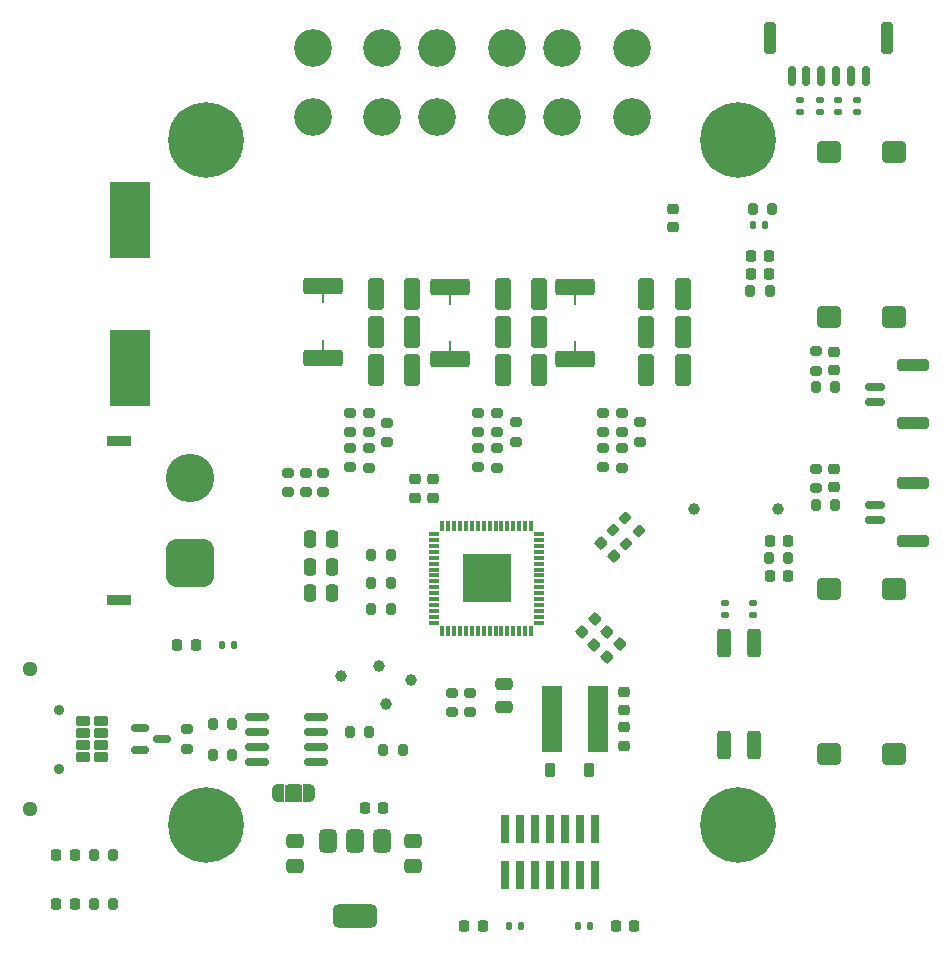
<source format=gbr>
%TF.GenerationSoftware,KiCad,Pcbnew,9.0.6-9.0.6~ubuntu24.04.1*%
%TF.CreationDate,2025-11-21T09:35:48+01:00*%
%TF.ProjectId,FOC_CONTROLLER_V2,464f435f-434f-44e5-9452-4f4c4c45525f,rev?*%
%TF.SameCoordinates,Original*%
%TF.FileFunction,Soldermask,Top*%
%TF.FilePolarity,Negative*%
%FSLAX46Y46*%
G04 Gerber Fmt 4.6, Leading zero omitted, Abs format (unit mm)*
G04 Created by KiCad (PCBNEW 9.0.6-9.0.6~ubuntu24.04.1) date 2025-11-21 09:35:48*
%MOMM*%
%LPD*%
G01*
G04 APERTURE LIST*
G04 Aperture macros list*
%AMRoundRect*
0 Rectangle with rounded corners*
0 $1 Rounding radius*
0 $2 $3 $4 $5 $6 $7 $8 $9 X,Y pos of 4 corners*
0 Add a 4 corners polygon primitive as box body*
4,1,4,$2,$3,$4,$5,$6,$7,$8,$9,$2,$3,0*
0 Add four circle primitives for the rounded corners*
1,1,$1+$1,$2,$3*
1,1,$1+$1,$4,$5*
1,1,$1+$1,$6,$7*
1,1,$1+$1,$8,$9*
0 Add four rect primitives between the rounded corners*
20,1,$1+$1,$2,$3,$4,$5,0*
20,1,$1+$1,$4,$5,$6,$7,0*
20,1,$1+$1,$6,$7,$8,$9,0*
20,1,$1+$1,$8,$9,$2,$3,0*%
%AMFreePoly0*
4,1,23,0.550000,-0.750000,0.000000,-0.750000,0.000000,-0.745722,-0.065263,-0.745722,-0.191342,-0.711940,-0.304381,-0.646677,-0.396677,-0.554381,-0.461940,-0.441342,-0.495722,-0.315263,-0.495722,-0.250000,-0.500000,-0.250000,-0.500000,0.250000,-0.495722,0.250000,-0.495722,0.315263,-0.461940,0.441342,-0.396677,0.554381,-0.304381,0.646677,-0.191342,0.711940,-0.065263,0.745722,0.000000,0.745722,
0.000000,0.750000,0.550000,0.750000,0.550000,-0.750000,0.550000,-0.750000,$1*%
%AMFreePoly1*
4,1,23,0.000000,0.745722,0.065263,0.745722,0.191342,0.711940,0.304381,0.646677,0.396677,0.554381,0.461940,0.441342,0.495722,0.315263,0.495722,0.250000,0.500000,0.250000,0.500000,-0.250000,0.495722,-0.250000,0.495722,-0.315263,0.461940,-0.441342,0.396677,-0.554381,0.304381,-0.646677,0.191342,-0.711940,0.065263,-0.745722,0.000000,-0.745722,0.000000,-0.750000,-0.550000,-0.750000,
-0.550000,0.750000,0.000000,0.750000,0.000000,0.745722,0.000000,0.745722,$1*%
G04 Aperture macros list end*
%ADD10C,1.000000*%
%ADD11RoundRect,0.200000X0.200000X0.275000X-0.200000X0.275000X-0.200000X-0.275000X0.200000X-0.275000X0*%
%ADD12RoundRect,0.135000X0.185000X-0.135000X0.185000X0.135000X-0.185000X0.135000X-0.185000X-0.135000X0*%
%ADD13RoundRect,0.250000X0.412500X1.100000X-0.412500X1.100000X-0.412500X-1.100000X0.412500X-1.100000X0*%
%ADD14RoundRect,0.218750X0.218750X0.256250X-0.218750X0.256250X-0.218750X-0.256250X0.218750X-0.256250X0*%
%ADD15C,3.200000*%
%ADD16RoundRect,0.200000X-0.275000X0.200000X-0.275000X-0.200000X0.275000X-0.200000X0.275000X0.200000X0*%
%ADD17RoundRect,0.250000X0.250000X0.475000X-0.250000X0.475000X-0.250000X-0.475000X0.250000X-0.475000X0*%
%ADD18RoundRect,0.200000X0.275000X-0.200000X0.275000X0.200000X-0.275000X0.200000X-0.275000X-0.200000X0*%
%ADD19RoundRect,0.225000X0.250000X-0.225000X0.250000X0.225000X-0.250000X0.225000X-0.250000X-0.225000X0*%
%ADD20RoundRect,0.225000X-0.250000X0.225000X-0.250000X-0.225000X0.250000X-0.225000X0.250000X0.225000X0*%
%ADD21RoundRect,0.225000X-0.017678X0.335876X-0.335876X0.017678X0.017678X-0.335876X0.335876X-0.017678X0*%
%ADD22FreePoly0,180.000000*%
%ADD23R,1.000000X1.500000*%
%ADD24FreePoly1,180.000000*%
%ADD25C,0.800000*%
%ADD26C,6.400000*%
%ADD27RoundRect,0.135000X-0.135000X-0.185000X0.135000X-0.185000X0.135000X0.185000X-0.135000X0.185000X0*%
%ADD28RoundRect,0.225000X0.225000X0.250000X-0.225000X0.250000X-0.225000X-0.250000X0.225000X-0.250000X0*%
%ADD29RoundRect,0.200000X0.335876X0.053033X0.053033X0.335876X-0.335876X-0.053033X-0.053033X-0.335876X0*%
%ADD30RoundRect,0.218750X-0.218750X-0.256250X0.218750X-0.256250X0.218750X0.256250X-0.218750X0.256250X0*%
%ADD31C,0.890000*%
%ADD32RoundRect,0.102000X-0.525000X0.300000X-0.525000X-0.300000X0.525000X-0.300000X0.525000X0.300000X0*%
%ADD33C,1.294000*%
%ADD34RoundRect,0.150000X-0.587500X-0.150000X0.587500X-0.150000X0.587500X0.150000X-0.587500X0.150000X0*%
%ADD35RoundRect,0.225000X-0.225000X-0.250000X0.225000X-0.250000X0.225000X0.250000X-0.225000X0.250000X0*%
%ADD36RoundRect,0.200000X-0.200000X-0.275000X0.200000X-0.275000X0.200000X0.275000X-0.200000X0.275000X0*%
%ADD37RoundRect,0.150000X0.825000X0.150000X-0.825000X0.150000X-0.825000X-0.150000X0.825000X-0.150000X0*%
%ADD38RoundRect,0.250000X-0.475000X0.337500X-0.475000X-0.337500X0.475000X-0.337500X0.475000X0.337500X0*%
%ADD39R,2.000000X0.900000*%
%ADD40RoundRect,1.025000X1.025000X-1.025000X1.025000X1.025000X-1.025000X1.025000X-1.025000X-1.025000X0*%
%ADD41C,4.100000*%
%ADD42R,3.500000X6.500000*%
%ADD43RoundRect,0.150000X0.150000X0.700000X-0.150000X0.700000X-0.150000X-0.700000X0.150000X-0.700000X0*%
%ADD44RoundRect,0.250000X0.250000X1.100000X-0.250000X1.100000X-0.250000X-1.100000X0.250000X-1.100000X0*%
%ADD45RoundRect,0.249999X1.425001X-0.450001X1.425001X0.450001X-1.425001X0.450001X-1.425001X-0.450001X0*%
%ADD46RoundRect,0.022875X0.053375X0.423375X-0.053375X0.423375X-0.053375X-0.423375X0.053375X-0.423375X0*%
%ADD47RoundRect,0.200000X-0.335876X-0.053033X-0.053033X-0.335876X0.335876X0.053033X0.053033X0.335876X0*%
%ADD48R,0.850000X0.300000*%
%ADD49R,0.300000X0.850000*%
%ADD50R,4.100000X4.100000*%
%ADD51RoundRect,0.225000X-0.335876X-0.017678X-0.017678X-0.335876X0.335876X0.017678X0.017678X0.335876X0*%
%ADD52RoundRect,0.250000X-0.475000X0.250000X-0.475000X-0.250000X0.475000X-0.250000X0.475000X0.250000X0*%
%ADD53RoundRect,0.270000X0.730000X-0.630000X0.730000X0.630000X-0.730000X0.630000X-0.730000X-0.630000X0*%
%ADD54RoundRect,0.375000X-0.375000X0.625000X-0.375000X-0.625000X0.375000X-0.625000X0.375000X0.625000X0*%
%ADD55RoundRect,0.500000X-1.400000X0.500000X-1.400000X-0.500000X1.400000X-0.500000X1.400000X0.500000X0*%
%ADD56R,0.740000X2.400000*%
%ADD57R,1.700000X5.600000*%
%ADD58RoundRect,0.135000X0.135000X0.185000X-0.135000X0.185000X-0.135000X-0.185000X0.135000X-0.185000X0*%
%ADD59RoundRect,0.150000X0.700000X-0.150000X0.700000X0.150000X-0.700000X0.150000X-0.700000X-0.150000X0*%
%ADD60RoundRect,0.250000X1.100000X-0.250000X1.100000X0.250000X-1.100000X0.250000X-1.100000X-0.250000X0*%
%ADD61RoundRect,0.250000X0.310000X-0.970000X0.310000X0.970000X-0.310000X0.970000X-0.310000X-0.970000X0*%
%ADD62RoundRect,0.225000X-0.225000X-0.375000X0.225000X-0.375000X0.225000X0.375000X-0.225000X0.375000X0*%
G04 APERTURE END LIST*
%TO.C,PwrJumper1*%
G36*
X125650000Y-123050000D02*
G01*
X124150000Y-123050000D01*
X124150000Y-121550000D01*
X125650000Y-121550000D01*
X125650000Y-123050000D01*
G37*
%TD*%
D10*
%TO.C,TP15*%
X158800000Y-98250000D03*
%TD*%
%TO.C,TP14*%
X165900000Y-98200000D03*
%TD*%
%TO.C,TP4*%
X128900000Y-112400000D03*
%TD*%
%TO.C,TP3*%
X132100000Y-111550000D03*
%TD*%
%TO.C,TP2*%
X134800000Y-112700000D03*
%TD*%
%TO.C,TP1*%
X132700000Y-114700000D03*
%TD*%
D11*
%TO.C,R36*%
X119725000Y-119090000D03*
X118075000Y-119090000D03*
%TD*%
D12*
%TO.C,R43*%
X171000000Y-64610000D03*
X171000000Y-63590000D03*
%TD*%
D13*
%TO.C,C6*%
X157862500Y-80049996D03*
X154737500Y-80049996D03*
%TD*%
D14*
%TO.C,D8*%
X140927501Y-133500000D03*
X139352499Y-133500000D03*
%TD*%
D15*
%TO.C,J2*%
X126505000Y-65035000D03*
X132375000Y-65035000D03*
X126505000Y-59165000D03*
X132375000Y-59165000D03*
%TD*%
D16*
%TO.C,R24*%
X152700000Y-90075000D03*
X152700000Y-91725000D03*
%TD*%
D17*
%TO.C,C3*%
X128150000Y-103100000D03*
X126250000Y-103100000D03*
%TD*%
D18*
%TO.C,R5*%
X125924999Y-96800000D03*
X125924999Y-95150000D03*
%TD*%
D16*
%TO.C,R2*%
X139800000Y-113775000D03*
X139800000Y-115425000D03*
%TD*%
D12*
%TO.C,R46*%
X163800000Y-107209999D03*
X163800000Y-106190001D03*
%TD*%
D13*
%TO.C,C32*%
X134962500Y-80049999D03*
X131837500Y-80049999D03*
%TD*%
D11*
%TO.C,NTC1*%
X165425000Y-72800000D03*
X163775000Y-72800000D03*
%TD*%
D16*
%TO.C,R17*%
X129700000Y-93050000D03*
X129700000Y-94700000D03*
%TD*%
D19*
%TO.C,C24*%
X157000000Y-74375000D03*
X157000000Y-72825000D03*
%TD*%
D20*
%TO.C,C29*%
X170675000Y-94850000D03*
X170675000Y-96400000D03*
%TD*%
D11*
%TO.C,R50*%
X170750000Y-87900000D03*
X169100000Y-87900000D03*
%TD*%
D12*
%TO.C,R47*%
X161400000Y-107209999D03*
X161400000Y-106190001D03*
%TD*%
D21*
%TO.C,C11*%
X152515739Y-109669723D03*
X151419723Y-110765739D03*
%TD*%
D18*
%TO.C,R7*%
X124449998Y-96800000D03*
X124449998Y-95150000D03*
%TD*%
D12*
%TO.C,R44*%
X172600000Y-64610000D03*
X172600000Y-63590000D03*
%TD*%
D22*
%TO.C,PwrJumper1*%
X126200000Y-122300000D03*
D23*
X124900000Y-122300000D03*
D24*
X123600000Y-122300000D03*
%TD*%
D25*
%TO.C,H4*%
X115100000Y-67000000D03*
X115802944Y-65302944D03*
X115802944Y-68697056D03*
X117500000Y-64600000D03*
D26*
X117500000Y-67000000D03*
D25*
X117500000Y-69400000D03*
X119197056Y-65302944D03*
X119197056Y-68697056D03*
X119900000Y-67000000D03*
%TD*%
D27*
%TO.C,R45*%
X163790000Y-74200000D03*
X164810000Y-74200000D03*
%TD*%
D21*
%TO.C,C12*%
X151448008Y-108601992D03*
X150351992Y-109698008D03*
%TD*%
D11*
%TO.C,R11*%
X109637500Y-127500000D03*
X107987500Y-127500000D03*
%TD*%
D18*
%TO.C,R10*%
X138300000Y-115425000D03*
X138300000Y-113775000D03*
%TD*%
D28*
%TO.C,C9*%
X166750000Y-100900000D03*
X165200000Y-100900000D03*
%TD*%
D16*
%TO.C,R22*%
X140550000Y-93050000D03*
X140550000Y-94700000D03*
%TD*%
D20*
%TO.C,C10*%
X135160000Y-95725000D03*
X135160000Y-97275000D03*
%TD*%
D29*
%TO.C,R28*%
X154151094Y-100115632D03*
X152984368Y-98948906D03*
%TD*%
D20*
%TO.C,C14*%
X136660000Y-95725000D03*
X136660000Y-97275000D03*
%TD*%
D30*
%TO.C,D9*%
X152172499Y-133500000D03*
X153747501Y-133500000D03*
%TD*%
D31*
%TO.C,J11*%
X105057500Y-115200000D03*
X105057500Y-120200000D03*
D32*
X108582500Y-119200000D03*
X107032500Y-119200000D03*
X108582500Y-118200000D03*
X107032500Y-118200000D03*
X108582500Y-117200000D03*
X107032500Y-117200000D03*
X108582500Y-116200000D03*
X107032500Y-116200000D03*
D33*
X102607500Y-111775000D03*
X102607500Y-123625000D03*
%TD*%
D13*
%TO.C,C31*%
X145712500Y-80049996D03*
X142587500Y-80049996D03*
%TD*%
D34*
%TO.C,D2*%
X111900000Y-116750000D03*
X111900000Y-118650000D03*
X113775000Y-117700000D03*
%TD*%
D35*
%TO.C,C18*%
X163625000Y-78300000D03*
X165175000Y-78300000D03*
%TD*%
D16*
%TO.C,R18*%
X131300000Y-90075000D03*
X131300000Y-91725000D03*
%TD*%
D27*
%TO.C,R38*%
X143132500Y-133500000D03*
X144152498Y-133500000D03*
%TD*%
D11*
%TO.C,R30*%
X165225000Y-79800000D03*
X163575000Y-79800000D03*
%TD*%
D30*
%TO.C,D3*%
X104825000Y-131690000D03*
X106400000Y-131690000D03*
%TD*%
D20*
%TO.C,C28*%
X170675000Y-84900000D03*
X170675000Y-86450000D03*
%TD*%
D11*
%TO.C,R1*%
X133125000Y-104450000D03*
X131475000Y-104450000D03*
%TD*%
D36*
%TO.C,R8*%
X165150000Y-102400000D03*
X166800000Y-102400000D03*
%TD*%
D37*
%TO.C,U1*%
X126775000Y-119605000D03*
X126775000Y-118335000D03*
X126775000Y-117065000D03*
X126775000Y-115795000D03*
X121825000Y-115795000D03*
X121825000Y-117065000D03*
X121825000Y-118335000D03*
X121825000Y-119605000D03*
%TD*%
D27*
%TO.C,R40*%
X118805000Y-109710001D03*
X119824998Y-109710001D03*
%TD*%
D18*
%TO.C,R51*%
X169125000Y-96450000D03*
X169125000Y-94800000D03*
%TD*%
D38*
%TO.C,C20*%
X125000000Y-126362500D03*
X125000000Y-128437500D03*
%TD*%
D15*
%TO.C,J3*%
X137065000Y-65035000D03*
X142935000Y-65035000D03*
X137065000Y-59165000D03*
X142935000Y-59165000D03*
%TD*%
D39*
%TO.C,J1*%
X110150000Y-105950000D03*
X110150000Y-92450000D03*
D40*
X116150000Y-102800000D03*
D41*
X116150000Y-95600000D03*
%TD*%
D12*
%TO.C,R41*%
X167800000Y-64610000D03*
X167800000Y-63590000D03*
%TD*%
D42*
%TO.C,C2*%
X111033885Y-86250000D03*
X111033885Y-73750000D03*
%TD*%
D38*
%TO.C,C19*%
X135000000Y-126362500D03*
X135000000Y-128437500D03*
%TD*%
D36*
%TO.C,R34*%
X132475000Y-118600000D03*
X134125000Y-118600000D03*
%TD*%
D13*
%TO.C,C21*%
X134962500Y-83250000D03*
X131837500Y-83250000D03*
%TD*%
D43*
%TO.C,J12*%
X173325000Y-61550000D03*
X172075000Y-61550000D03*
X170825000Y-61550000D03*
X169575000Y-61550000D03*
X168325000Y-61550000D03*
X167075000Y-61550000D03*
D44*
X175175000Y-58350000D03*
X165225000Y-58350000D03*
%TD*%
D11*
%TO.C,R4*%
X133125000Y-106650000D03*
X131475000Y-106650000D03*
%TD*%
D45*
%TO.C,R32*%
X138100000Y-85550000D03*
D46*
X138100000Y-84500001D03*
X138100000Y-80499999D03*
D45*
X138100000Y-79450000D03*
%TD*%
D11*
%TO.C,R48*%
X109637500Y-131700000D03*
X107987500Y-131700000D03*
%TD*%
D47*
%TO.C,R29*%
X151916637Y-100016637D03*
X153083363Y-101183363D03*
%TD*%
D19*
%TO.C,C13*%
X152900000Y-115267893D03*
X152900000Y-113717893D03*
%TD*%
D48*
%TO.C,IC1*%
X145700000Y-107850000D03*
X145700000Y-107350000D03*
X145700000Y-106850000D03*
X145700000Y-106350000D03*
X145700000Y-105850000D03*
X145700000Y-105350000D03*
X145700000Y-104850000D03*
X145700000Y-104350000D03*
X145700000Y-103850000D03*
X145700000Y-103350000D03*
X145700000Y-102850000D03*
X145700000Y-102350000D03*
X145700000Y-101850000D03*
X145700000Y-101350000D03*
X145700000Y-100850000D03*
X145700000Y-100350000D03*
D49*
X145000000Y-99650000D03*
X144500000Y-99650000D03*
X144000000Y-99650000D03*
X143500000Y-99650000D03*
X143000000Y-99650000D03*
X142500000Y-99650000D03*
X142000000Y-99650000D03*
X141500000Y-99650000D03*
X141000000Y-99650000D03*
X140500000Y-99650000D03*
X140000000Y-99650000D03*
X139500000Y-99650000D03*
X139000000Y-99650000D03*
X138500000Y-99650000D03*
X138000000Y-99650000D03*
X137500000Y-99650000D03*
D48*
X136800000Y-100350000D03*
X136800000Y-100850000D03*
X136800000Y-101350000D03*
X136800000Y-101850000D03*
X136800000Y-102350000D03*
X136800000Y-102850000D03*
X136800000Y-103350000D03*
X136800000Y-103850000D03*
X136800000Y-104350000D03*
X136800000Y-104850000D03*
X136800000Y-105350000D03*
X136800000Y-105850000D03*
X136800000Y-106350000D03*
X136800000Y-106850000D03*
X136800000Y-107350000D03*
X136800000Y-107850000D03*
D49*
X137500000Y-108550000D03*
X138000000Y-108550000D03*
X138500000Y-108550000D03*
X139000000Y-108550000D03*
X139500000Y-108550000D03*
X140000000Y-108550000D03*
X140500000Y-108550000D03*
X141000000Y-108550000D03*
X141500000Y-108550000D03*
X142000000Y-108550000D03*
X142500000Y-108550000D03*
X143000000Y-108550000D03*
X143500000Y-108550000D03*
X144000000Y-108550000D03*
X144500000Y-108550000D03*
X145000000Y-108550000D03*
D50*
X141250000Y-104100000D03*
%TD*%
D17*
%TO.C,C5*%
X128150000Y-100750000D03*
X126250000Y-100750000D03*
%TD*%
D18*
%TO.C,R14*%
X132800000Y-92550000D03*
X132800000Y-90900000D03*
%TD*%
D20*
%TO.C,C16*%
X152900000Y-116717893D03*
X152900000Y-118267893D03*
%TD*%
D14*
%TO.C,D5*%
X116600000Y-109700000D03*
X115024998Y-109700000D03*
%TD*%
D51*
%TO.C,C17*%
X150891332Y-101112652D03*
X151987348Y-102208668D03*
%TD*%
D52*
%TO.C,C8*%
X142700000Y-113050001D03*
X142700000Y-114949999D03*
%TD*%
D53*
%TO.C,User1*%
X170225000Y-82000000D03*
X170225000Y-68000000D03*
X175725000Y-82000000D03*
X175725000Y-68000000D03*
%TD*%
D18*
%TO.C,R3*%
X127400000Y-96800000D03*
X127400000Y-95150000D03*
%TD*%
D16*
%TO.C,R16*%
X129700000Y-90075000D03*
X129700000Y-91725000D03*
%TD*%
D45*
%TO.C,R33*%
X148700000Y-85550000D03*
D46*
X148700000Y-84500001D03*
X148700000Y-80499999D03*
D45*
X148700000Y-79450000D03*
%TD*%
D54*
%TO.C,J10*%
X132400000Y-126350000D03*
X130100000Y-126350000D03*
X127800000Y-126350000D03*
D55*
X130100000Y-132650000D03*
%TD*%
D25*
%TO.C,H1*%
X115100000Y-125000000D03*
X115802944Y-123302944D03*
X115802944Y-126697056D03*
X117500000Y-122600000D03*
D26*
X117500000Y-125000000D03*
D25*
X117500000Y-127400000D03*
X119197056Y-123302944D03*
X119197056Y-126697056D03*
X119900000Y-125000000D03*
%TD*%
D18*
%TO.C,R20*%
X143700000Y-92525000D03*
X143700000Y-90875000D03*
%TD*%
D30*
%TO.C,D1*%
X104825000Y-127500000D03*
X106400000Y-127500000D03*
%TD*%
D13*
%TO.C,C27*%
X134962500Y-86449999D03*
X131837500Y-86449999D03*
%TD*%
D16*
%TO.C,R19*%
X142150000Y-90075000D03*
X142150000Y-91725000D03*
%TD*%
D35*
%TO.C,C30*%
X130950000Y-123500000D03*
X132500000Y-123500000D03*
%TD*%
D15*
%TO.C,J4*%
X147655000Y-65035000D03*
X153525000Y-65035000D03*
X147655000Y-59165000D03*
X153525000Y-59165000D03*
%TD*%
D53*
%TO.C,nRST1*%
X170225000Y-119000000D03*
X170225000Y-105000000D03*
X175725000Y-119000000D03*
X175725000Y-105000000D03*
%TD*%
D45*
%TO.C,R31*%
X127400000Y-85450000D03*
D46*
X127400000Y-84400001D03*
X127400000Y-80399999D03*
D45*
X127400000Y-79350000D03*
%TD*%
D18*
%TO.C,R21*%
X142150000Y-94725000D03*
X142150000Y-93075000D03*
%TD*%
D13*
%TO.C,C26*%
X157862500Y-83249998D03*
X154737500Y-83249998D03*
%TD*%
D56*
%TO.C,J6*%
X142790000Y-129250000D03*
X142790000Y-125350000D03*
X144060000Y-129250000D03*
X144060000Y-125350000D03*
X145330000Y-129250000D03*
X145330000Y-125350000D03*
X146600000Y-129250000D03*
X146600000Y-125350000D03*
X147870000Y-129250000D03*
X147870000Y-125350000D03*
X149140000Y-129250000D03*
X149140000Y-125350000D03*
X150410000Y-129250000D03*
X150410000Y-125350000D03*
%TD*%
D57*
%TO.C,L1*%
X146735786Y-116000000D03*
X150635786Y-116000000D03*
%TD*%
D36*
%TO.C,R35*%
X129675000Y-117100000D03*
X131325000Y-117100000D03*
%TD*%
D18*
%TO.C,R49*%
X169125000Y-86500000D03*
X169125000Y-84850000D03*
%TD*%
D25*
%TO.C,H3*%
X160100000Y-67000000D03*
X160802944Y-65302944D03*
X160802944Y-68697056D03*
X162500000Y-64600000D03*
D26*
X162500000Y-67000000D03*
D25*
X162500000Y-69400000D03*
X164197056Y-65302944D03*
X164197056Y-68697056D03*
X164900000Y-67000000D03*
%TD*%
D28*
%TO.C,R12*%
X165175000Y-76800000D03*
X163625000Y-76800000D03*
%TD*%
D12*
%TO.C,R42*%
X169500000Y-64610000D03*
X169500000Y-63590000D03*
%TD*%
D11*
%TO.C,R6*%
X133125000Y-102100000D03*
X131475000Y-102100000D03*
%TD*%
D28*
%TO.C,R9*%
X166750000Y-103900000D03*
X165200000Y-103900000D03*
%TD*%
D16*
%TO.C,R53*%
X115900000Y-116875000D03*
X115900000Y-118525000D03*
%TD*%
D25*
%TO.C,H2*%
X160100000Y-125000000D03*
X160802944Y-123302944D03*
X160802944Y-126697056D03*
X162500000Y-122600000D03*
D26*
X162500000Y-125000000D03*
D25*
X162500000Y-127400000D03*
X164197056Y-123302944D03*
X164197056Y-126697056D03*
X164900000Y-125000000D03*
%TD*%
D58*
%TO.C,R39*%
X149967499Y-133510001D03*
X148947501Y-133510001D03*
%TD*%
D59*
%TO.C,LSW1*%
X174150000Y-89125000D03*
X174150000Y-87875000D03*
D60*
X177350000Y-90975000D03*
X177350000Y-86025000D03*
%TD*%
D21*
%TO.C,C15*%
X150428680Y-107578680D03*
X149332664Y-108674696D03*
%TD*%
D59*
%TO.C,LSW2*%
X174150000Y-99125000D03*
X174150000Y-97875000D03*
D60*
X177350000Y-100975000D03*
X177350000Y-96025000D03*
%TD*%
D18*
%TO.C,R25*%
X154200000Y-92525000D03*
X154200000Y-90875000D03*
%TD*%
D16*
%TO.C,R27*%
X151100000Y-93050000D03*
X151100000Y-94700000D03*
%TD*%
D18*
%TO.C,R15*%
X131300000Y-94725000D03*
X131300000Y-93075000D03*
%TD*%
D13*
%TO.C,C4*%
X157862500Y-86449998D03*
X154737500Y-86449998D03*
%TD*%
D16*
%TO.C,R23*%
X151100000Y-90075000D03*
X151100000Y-91725000D03*
%TD*%
%TO.C,R13*%
X140550000Y-90075000D03*
X140550000Y-91725000D03*
%TD*%
D13*
%TO.C,C33*%
X145712500Y-83249998D03*
X142587500Y-83249998D03*
%TD*%
%TO.C,C22*%
X145712500Y-86449998D03*
X142587500Y-86449998D03*
%TD*%
D11*
%TO.C,R52*%
X170750000Y-97850000D03*
X169100000Y-97850000D03*
%TD*%
%TO.C,R37*%
X119725000Y-116390000D03*
X118075000Y-116390000D03*
%TD*%
D17*
%TO.C,C1*%
X128150000Y-105350000D03*
X126250000Y-105350000D03*
%TD*%
D61*
%TO.C,SW3*%
X161330000Y-118205000D03*
X163870000Y-118205000D03*
X163870000Y-109595000D03*
X161330000Y-109595000D03*
%TD*%
D18*
%TO.C,R26*%
X152700000Y-94725000D03*
X152700000Y-93075000D03*
%TD*%
D62*
%TO.C,D4*%
X146650000Y-120292893D03*
X149950000Y-120292893D03*
%TD*%
M02*

</source>
